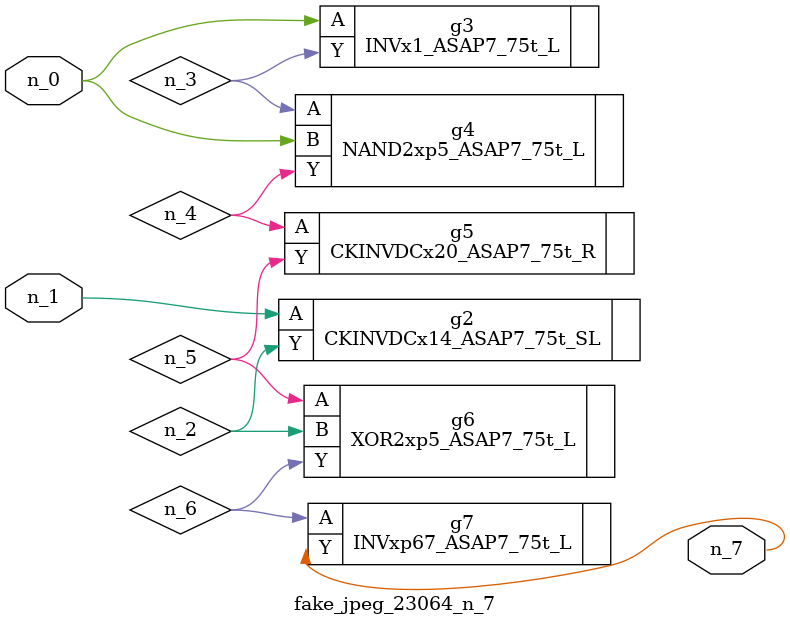
<source format=v>
module fake_jpeg_23064_n_7 (n_0, n_1, n_7);

input n_0;
input n_1;

output n_7;

wire n_3;
wire n_2;
wire n_4;
wire n_6;
wire n_5;

CKINVDCx14_ASAP7_75t_SL g2 ( 
.A(n_1),
.Y(n_2)
);

INVx1_ASAP7_75t_L g3 ( 
.A(n_0),
.Y(n_3)
);

NAND2xp5_ASAP7_75t_L g4 ( 
.A(n_3),
.B(n_0),
.Y(n_4)
);

CKINVDCx20_ASAP7_75t_R g5 ( 
.A(n_4),
.Y(n_5)
);

XOR2xp5_ASAP7_75t_L g6 ( 
.A(n_5),
.B(n_2),
.Y(n_6)
);

INVxp67_ASAP7_75t_L g7 ( 
.A(n_6),
.Y(n_7)
);


endmodule
</source>
